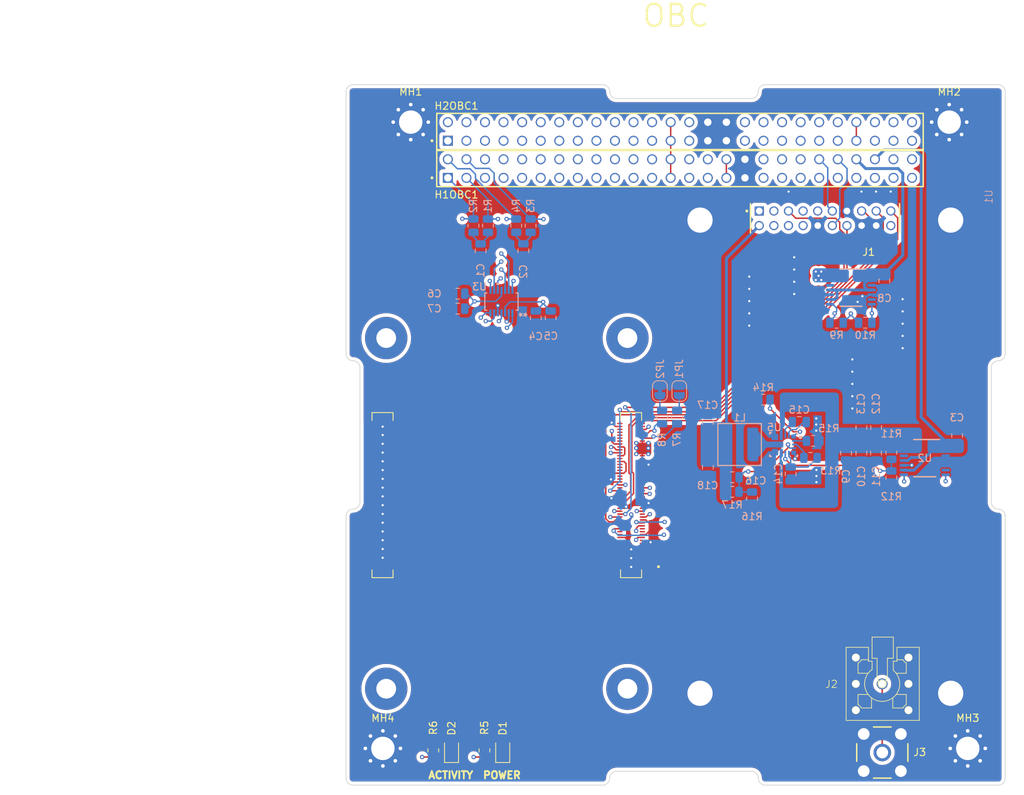
<source format=kicad_pcb>
(kicad_pcb (version 20241229) (generator "pcbnew") (generator_version "9.0")
  (title_block (title "HEDGE 2") (date "2025-06-29") (rev "V0.8") (company "University of Virginia") (comment 1 "Department of Mechanical and Aerospace Engineering"))
  (layers (0 "F.Cu" mixed) (4 "In1.Cu" mixed) (6 "In2.Cu" mixed) (2 "B.Cu" mixed) (13 "F.Paste" user) (15 "B.Paste" user) (5 "F.SilkS" user "F.Silkscreen") (7 "B.SilkS" user "B.Silkscreen") (1 "F.Mask" user) (3 "B.Mask" user) (25 "Edge.Cuts" user))
  (net 0 "")
  (net 1 "Net-(C1-Pad1)")
  (net 2 "Net-(C2-Pad1)")
  (net 3 "+5V_GNSS")
  (net 4 "+5V_MPU")
  (net 5 "/OBC/INA260_OEM719/LOAD")
  (net 6 "Net-(U5-BP5)")
  (net 8 "/OBC/ENA_PWR_3")
  (net 10 "/OBC/PWR_4")
  (net 11 "/OBC/ENA_PWR_2")
  (net 13 "/OBC/ENA_PWR_1")
  (net 14 "/OBC/UART_C_TX")
  (net 19 "/OBC/CAN_A_H")
  (net 20 "/OBC/UART_C_RX")
  (net 22 "/OBC/CAN_B_H")
  (net 24 "/OBC/UART_DATA_TX")
  (net 28 "/OBC/PWR_3")
  (net 30 "+5V_OEM719B")
  (net 32 "/OBC/CAN_A_L")
  (net 34 "/OBC/ENA_PWR_4")
  (net 35 "/OBC/5V_PERM")
  (net 41 "/OBC/CAN_B_L")
  (net 44 "/OBC/CHARGE")
  (net 46 "+3V3")
  (net 47 "GND")
  (net 48 "/OBC/ENA_PWR_6")
  (net 49 "/OBC/BATT")
  (net 51 "/OBC/DS_A")
  (net 52 "/OBC/DS_C")
  (net 54 "/OBC/PWR_6")
  (net 56 "/OBC/RBF_A")
  (net 58 "/OBC/DS_B")
  (net 63 "/OBC/ENA_PWR_7")
  (net 65 "/OBC/PWR_7")
  (net 71 "/OBC/PWR_5")
  (net 75 "/OBC/PWR_8")
  (net 76 "/OBC/RBF_B")
  (net 77 "/OBC/ENA_PWR_8")
  (net 78 "/OBC/ENA_PWR_5")
  (net 79 "/OBC/RBF_C")
  (net 80 "Net-(U5-BOOT)")
  (net 81 "Net-(C15-Pad2)")
  (net 82 "Net-(U5-FB)")
  (net 83 "Net-(JP1-B)")
  (net 84 "/OBC/PI_nLED_Activity")
  (net 85 "/OBC/SCL0")
  (net 86 "/OBC/SDA0")
  (net 87 "Net-(L1-Pad1)")
  (net 90 "/OBC/UART_DATA_RX")
  (net 92 "/OBC/UART_COMM_TX")
  (net 93 "/OBC/UART_COMM_RX")
  (net 94 "/OBC/CAN_B_S")
  (net 115 "Net-(JP2-A)")
  (net 133 "/OBC/nPWR_LED")
  (net 136 "/OBC/GNSS_PPS")
  (net 146 "/OBC/CAN_B_TXD")
  (net 152 "/OBC/GNSS_NRESET_IN")
  (net 155 "Net-(U5-EN)")
  (net 159 "/OBC/CAN_B_RXD")
  (net 174 "/OBC/CAN_A_RXD")
  (net 181 "/OBC/GNSS_PV")
  (net 189 "/OBC/CAN_A_S")
  (net 190 "/OBC/CAN_A_TXD")
  (net 223 "Net-(U5-MODE)")
  (net 224 "Net-(U5-SYNC_FSEL)")
  (net 225 "Net-(U5-PGOOD)")
  (net 228 "Net-(D1-A)")
  (net 229 "Net-(D2-A)")
  (net 232 "+5V_CM4")
  (net 233 "Net-(Module1A-WiFi_nDisable)")
  (net 234 "Net-(Module1A-BT_nDisable)")
  (net 235 "/OBC/UART_B_TX")
  (net 236 "/OBC/UART_B_RX")
  (net 237 "/OBC/UART_A_TX")
  (net 238 "/OBC/UART_A_RX")
  (net 255 "/OBC/GNSS_RXD1")
  (net 256 "/OBC/GNSS_TXD1")
  (net 257 "/OBC/GNSS_TXD2")
  (net 258 "/OBC/GNSS_RXD2")
  (net 260 "/OBC/RF_GNSS")
  (footprint "LED_SMD:LED_0805_2012Metric" (layer "F.Cu") (at 185.535 180.6425 90)
    (property "Reference" "D1")
    (property "Value" "LED GREEN" (hide yes))
  )
  (footprint "Resistor_SMD:R_0805_2012Metric" (layer "F.Cu") (at 176.035 180.6625 90)
    (property "Reference" "R6")
    (property "Value" "45" (hide yes))
  )
  (footprint "ESQ-126-39-G-D:SAMTEC_ESQ-126-39-G-D" (layer "F.Cu") (at 178.03 102.285)
    (property "Reference" "H1OBC1")
    (property "Value" "Conn_02x26_Odd_Even")
  )
  (footprint "LED_SMD:LED_0805_2012Metric" (layer "F.Cu") (at 178.535 180.6425 90)
    (property "Reference" "D2")
    (property "Value" "LED RED" (hide yes))
  )
  (footprint "ESQ-126-39-G-D:SAMTEC_ESQ-126-39-G-D" (layer "F.Cu") (at 178.03 97.205)
    (property "Reference" "H2OBC1")
    (property "Value" "Conn_02x26_Odd_Even")
  )
  (footprint "Novatel:MMBX-S50-0-18" (layer "F.Cu") (at 237.445 171.55 90)
    (property "Reference" "J2")
    (property "Value" "MMBX-S50-0-18")
  )
  (footprint "MountingHole:MountingHole_3.2mm_M3_Pad_Via" (layer "F.Cu") (at 172.95 94.665)
    (property "Reference" "MH1")
    (property "Value" "MountingHole_Pad" (hide yes))
  )
  (footprint "CM4102008:MODULE_CM4102008" (layer "F.Cu") (at 186.095 148.225 -90)
    (property "Reference" "Module1" (hide yes))
    (property "Value" "ComputeModule4" (hide yes))
  )
  (footprint "MountingHole:MountingHole_3.2mm_M3_Pad_Via" (layer "F.Cu") (at 169.14 180.395)
    (property "Reference" "MH4")
    (property "Value" "MountingHole_Pad" (hide yes))
  )
  (footprint "MountingHole:MountingHole_3.2mm_M3_Pad_Via" (layer "F.Cu") (at 246.61 94.665)
    (property "Reference" "MH2")
    (property "Value" "MountingHole_Pad" (hide yes))
  )
  (footprint "MountingHole:MountingHole_3.2mm_M3_Pad_Via" (layer "F.Cu") (at 249.15 180.395)
    (property "Reference" "MH3")
    (property "Value" "MountingHole_Pad" (hide yes))
  )
  (footprint "Resistor_SMD:R_0805_2012Metric" (layer "F.Cu") (at 183.035 180.6625 90)
    (property "Reference" "R5")
    (property "Value" "39" (hide yes))
  )
  (footprint "SMA_J_P_H_RA_TH1:SAMTEC_SMA-J-P-X-RA-TH1" (layer "F.Cu") (at 237.46 180.96)
    (property "Reference" "J3")
    (property "Value" "SMA-J-P-X-RA-TH1")
  )
  (footprint "SQT-110-01-L-D:SAMTEC_SQT-110-01-L-D" (layer "F.Cu") (at 220.625 106.83 180)
    (property "Reference" "J1")
    (property "Value" "SQT-110-01-L-D")
  )
  (footprint "Capacitor_SMD:C_0805_2012Metric" (layer "B.Cu") (at 226.1075 135.725 180)
    (property "Reference" "C15")
    (property "Value" "0u1, 50V, 0805" (hide yes))
  )
  (footprint "Capacitor_SMD:C_0805_2012Metric" (layer "B.Cu") (at 179.385 118.15 180)
    (property "Reference" "C6")
    (property "Value" "4u7" (hide yes))
  )
  (footprint "INA260AIPWR:PW0016A_L" (layer "B.Cu") (at 233.159997 117.324998 180)
    (property "Reference" "U4" (hide yes))
    (property "Value" "INA260AIPWR" (hide yes))
  )
  (footprint "Capacitor_SMD:C_0805_2012Metric" (layer "B.Cu") (at 192.095 121.475 -90)
    (property "Reference" "C5")
    (property "Value" "0u1" (hide yes))
  )
  (footprint "Jumper:SolderJumper-2_P1.3mm_Open_RoundedPad1.0x1.5mm" (layer "B.Cu") (at 209.685 131.475 -90)
    (property "Reference" "JP1")
    (property "Value" "WiFi_nDisable" (hide yes))
  )
  (footprint "Resistor_SMD:R_0805_2012Metric" (layer "B.Cu") (at 231.1975 122.125)
    (property "Reference" "R9")
    (property "Value" "4k7" (hide yes))
  )
  (footprint "Capacitor_SMD:C_0805_2012Metric" (layer "B.Cu") (at 232.4975 139.9625 -90)
    (property "Reference" "C9")
    (property "Value" "100u, 35V" (hide yes))
  )
  (footprint "Capacitor_SMD:C_0805_2012Metric" (layer "B.Cu") (at 224.9225 142.825 -90)
    (property "Reference" "C14")
    (property "Value" "2u2, 10V, 0805" (hide yes))
  )
  (footprint "Capacitor_SMD:C_0805_2012Metric" (layer "B.Cu") (at 234.5975 139.9625 -90)
    (property "Reference" "C10")
    (property "Value" "10u, 25V, 0805" (hide yes))
  )
  (footprint "Resistor_SMD:R_0805_2012Metric" (layer "B.Cu") (at 216.9425 145.275 180)
    (property "Reference" "R17")
    (property "Value" "28k" (hide yes))
  )
  (footprint "Resistor_SMD:R_0805_2012Metric" (layer "B.Cu") (at 221.185 132.65 180)
    (property "Reference" "R14")
    (property "Value" "11k8" (hide yes))
  )
  (footprint "Capacitor_SMD:C_0805_2012Metric" (layer "B.Cu") (at 236.5975 139.9625 -90)
    (property "Reference" "C11")
    (property "Value" "10u, 25V, 0805" (hide yes))
  )
  (footprint "Resistor_SMD:R_0805_2012Metric" (layer "B.Cu") (at 189.3481 108.8375 -90)
    (property "Reference" "R3")
    (property "Value" "60" (hide yes))
  )
  (footprint "Resistor_SMD:R_0805_2012Metric" (layer "B.Cu") (at 227.635 140.625 180)
    (property "Reference" "R15")
    (property "Value" "10k" (hide yes))
  )
  (footprint "TPS543320RPYR:RPY0014A-MFG" (layer "B.Cu") (at 223.9874 138.795 180)
    (property "Reference" "U5")
    (property "Value" "TPS543320RPYR" (hide yes))
  )
  (footprint "Capacitor_SMD:C_0805_2012Metric" (layer "B.Cu") (at 213.5975 141.9 -90)
    (property "Reference" "C18")
    (property "Value" "47u, 10V, 0805" (hide yes))
  )
  (footprint "Resistor_SMD:R_0805_2012Metric" (layer "B.Cu") (at 181.535 108.8375 90)
    (property "Reference" "R2")
    (property "Value" "60" (hide yes))
  )
  (footprint "Capacitor_SMD:C_0805_2012Metric" (layer "B.Cu") (at 237.735 116.375 90)
    (property "Reference" "C8")
    (property "Value" "0.1u" (hide yes))
  )
  (footprint "Capacitor_SMD:C_0805_2012Metric" (layer "B.Cu") (at 182.51 112.2875 -90)
    (property "Reference" "C1")
    (property "Value" "0u1" (hide yes))
  )
  (footprint "Capacitor_SMD:C_0805_2012Metric" (layer "B.Cu") (at 179.385 120.2 180)
    (property "Reference" "C7")
    (property "Value" "0u1" (hide yes))
  )
  (footprint "XGL5050-182MEC:IND_XGL5050_COC" (layer "B.Cu") (at 217.9409 138.795 180)
    (property "Reference" "L1")
    (property "Value" "XGL5050-182MEC" (hide yes))
  )
  (footprint "Resistor_SMD:R_0805_2012Metric" (layer "B.Cu") (at 238.6975 139.9125 -90)
    (property "Reference" "R11")
    (property "Value" "16k9" (hide yes))
  )
  (footprint "Capacitor_SMD:C_0805_2012Metric" (layer "B.Cu") (at 234.5975 136.4625 90)
    (property "Reference" "C13")
    (property "Value" "0u1, 50v, 0805" (hide yes))
  )
  (footprint "Novatel:OEM719" (layer "B.Cu") (at 252.535 104.9 -90)
    (property "Reference" "U1")
    (property "Value" "OEM719" (hide yes))
  )
  (footprint "Capacitor_SMD:C_0805_2012Metric" (layer "B.Cu") (at 216.9225 143.275)
    (property "Reference" "C16")
    (property "Value" "33p" (hide yes))
  )
  (footprint "Resistor_SMD:R_0805_2012Metric" (layer "B.Cu") (at 219.6425 146.2075 90)
    (property "Reference" "R16")
    (property "Value" "4k99" (hide yes))
  )
  (footprint "Resistor_SMD:R_0805_2012Metric" (layer "B.Cu") (at 235.1225 122.125 180)
    (property "Reference" "R10")
    (property "Value" "4k7" (hide yes))
  )
  (footprint "Resistor_SMD:R_0805_2012Metric" (layer "B.Cu") (at 227.9975 138.3)
    (property "Reference" "R13")
    (property "Value" "11k3" (hide yes))
  )
  (footprint "Capacitor_SMD:C_0805_2012Metric" (layer "B.Cu") (at 236.6175 136.4625 90)
    (property "Reference" "C12")
    (property "Value" "0u1, 50v, 0805" (hide yes))
  )
  (footprint "Resistor_SMD:R_0805_2012Metric" (layer "B.Cu") (at 187.385 108.8375 90)
    (property "Reference" "R4")
    (property "Value" "60" (hide yes))
  )
  (footprint "Resistor_SMD:R_0805_2012Metric" (layer "B.Cu") (at 238.6975 143.325 -90)
    (property "Reference" "R12")
    (property "Value" "6k04" (hide yes))
  )
  (footprint "INA260AIPWR:PW0016A_L" (layer "B.Cu") (at 243.272497 140.662499 180)
    (property "Reference" "U2")
    (property "Value" "INA260AIPWR" (hide yes))
  )
  (footprint "Resistor_SMD:R_0805_2012Metric" (layer "B.Cu") (at 183.515 108.8375 -90)
    (property "Reference" "R1")
    (property "Value" "60" (hide yes))
  )
  (footprint "Resistor_SMD:R_0805_2012Metric" (layer "B.Cu") (at 209.385 135.0375 -90)
    (property "Reference" "R7")
    (property "Value" "1k" (hide yes))
  )
  (footprint "Capacitor_SMD:C_0805_2012Metric" (layer "B.Cu") (at 213.5975 135.775 90)
    (property "Reference" "C17")
    (property "Value" "47u, 10V, 0805" (hide yes))
  )
  (footprint "Jumper:SolderJumper-2_P1.3mm_Bridged_RoundedPad1.0x1.5mm" (layer "B.Cu") (at 207.035 131.475 90)
    (property "Reference" "JP2")
    (property "Value" "BT_nDisable" (hide yes))
  )
  (footprint "TCAN1046AV:SOT23_DYY_TEX" (layer "B.Cu") (at 185.360378 119.23195 90)
    (property "Reference" "U3")
    (property "Value" "TCAN1046AVDYYRQ1")
  )
  (footprint "Capacitor_SMD:C_0805_2012Metric" (layer "B.Cu") (at 188.36 112.277601 -90)
    (property "Reference" "C2")
    (property "Value" "0u1" (hide yes))
  )
  (footprint "Resistor_SMD:R_0805_2012Metric" (layer "B.Cu") (at 207.335 135.0375 90)
    (property "Reference" "R8")
    (property "Value" "1k" (hide yes))
  )
  (footprint "Capacitor_SMD:C_0805_2012Metric" (layer "B.Cu") (at 190.06 121.475 -90)
    (property "Reference" "C4")
    (property "Value" "4u7" (hide yes))
  )
  (footprint "Capacitor_SMD:C_0805_2012Metric" (layer "B.Cu") (at 247.6975 137.562501 -90)
    (property "Reference" "C3")
    (property "Value" "0.1u" (hide yes))
  )
  (gr_arc (start 253.319999 147.627499) (mid 252.646481 147.348518) (end 252.367499 146.674999) (stroke (width 0.1)) (layer "Edge.Cuts"))
  (gr_arc (start 166.007499 146.674999) (mid 165.728519 147.348519) (end 165.054999 147.627499) (stroke (width 0.1)) (layer "Edge.Cuts"))
  (gr_arc (start 253.319999 89.537699) (mid 253.993519 89.816679) (end 254.272499 90.490199) (stroke (width 0.1)) (layer "Edge.Cuts"))
  (gr_line (start 164.102499 90.490199) (end 164.102499 126.380399) (stroke (width 0.1)) (layer "Edge.Cuts"))
  (gr_arc (start 254.272499 126.380399) (mid 253.993519 127.053919) (end 253.319999 127.332899) (stroke (width 0.1)) (layer "Edge.Cuts"))
  (gr_arc (start 164.102499 148.579999) (mid 164.38148 147.90648) (end 165.054999 147.627499) (stroke (width 0.1)) (layer "Edge.Cuts"))
  (gr_line (start 221.442999 89.537699) (end 253.319999 89.537699) (stroke (width 0.1)) (layer "Edge.Cuts"))
  (gr_line (start 165.054999 89.537699) (end 199.217999 89.537699) (stroke (width 0.1)) (layer "Edge.Cuts"))
  (gr_arc (start 252.367499 128.285399) (mid 252.64648 127.61188) (end 253.319999 127.332899) (stroke (width 0.1)) (layer "Edge.Cuts"))
  (gr_arc (start 219.537999 183.517699) (mid 220.211519 183.796679) (end 220.490499 184.470199) (stroke (width 0.1)) (layer "Edge.Cuts"))
  (gr_line (start 254.272499 90.490199) (end 254.272499 126.380399) (stroke (width 0.1)) (layer "Edge.Cuts"))
  (gr_line (start 201.122999 183.517699) (end 219.537999 183.517699) (stroke (width 0.1)) (layer "Edge.Cuts"))
  (gr_arc (start 165.054999 127.332899) (mid 165.728519 127.611879) (end 166.007499 128.285399) (stroke (width 0.1)) (layer "Edge.Cuts"))
  (gr_line (start 166.007499 128.285399) (end 166.007499 146.674999) (stroke (width 0.1)) (layer "Edge.Cuts"))
  (gr_arc (start 220.490499 90.490199) (mid 220.76948 89.81668) (end 221.442999 89.537699) (stroke (width 0.1)) (layer "Edge.Cuts"))
  (gr_arc (start 200.170499 184.470199) (mid 199.891519 185.143719) (end 199.217999 185.422699) (stroke (width 0.1)) (layer "Edge.Cuts"))
  (gr_line (start 165.054999 185.422699) (end 199.217999 185.422699) (stroke (width 0.1)) (layer "Edge.Cuts"))
  (gr_arc (start 199.217999 89.537699) (mid 199.891519 89.816679) (end 200.170499 90.490199) (stroke (width 0.1)) (layer "Edge.Cuts"))
  (gr_arc (start 164.102499 90.490199) (mid 164.38148 89.81668) (end 165.054999 89.537699) (stroke (width 0.1)) (layer "Edge.Cuts"))
  (gr_arc (start 253.319999 147.627499) (mid 253.993519 147.906479) (end 254.272499 148.579999) (stroke (width 0.1)) (layer "Edge.Cuts"))
  (gr_arc (start 201.122999 91.442699) (mid 200.449481 91.163718) (end 200.170499 90.490199) (stroke (width 0.1)) (layer "Edge.Cuts"))
  (gr_arc (start 165.054999 127.332899) (mid 164.381481 127.053918) (end 164.102499 126.380399) (stroke (width 0.1)) (layer "Edge.Cuts"))
  (gr_line (start 252.367499 128.285399) (end 252.367499 146.674999) (stroke (width 0.1)) (layer "Edge.Cuts"))
  (gr_arc (start 221.442999 185.422699) (mid 220.769481 185.143718) (end 220.490499 184.470199) (stroke (width 0.1)) (layer "Edge.Cuts"))
  (gr_line (start 221.442999 185.422699) (end 253.319999 185.422699) (stroke (width 0.1)) (layer "Edge.Cuts"))
  (gr_line (start 254.272499 148.579999) (end 254.272499 184.470199) (stroke (width 0.1)) (layer "Edge.Cuts"))
  (gr_line (start 201.122999 91.442699) (end 219.537999 91.442699) (stroke (width 0.1)) (layer "Edge.Cuts"))
  (gr_arc (start 200.170499 184.470199) (mid 200.44948 183.79668) (end 201.122999 183.517699) (stroke (width 0.1)) (layer "Edge.Cuts"))
  (gr_line (start 164.102499 148.579999) (end 164.102499 184.470199) (stroke (width 0.1)) (layer "Edge.Cuts"))
  (gr_arc (start 165.054999 185.422699) (mid 164.381481 185.143718) (end 164.102499 184.470199) (stroke (width 0.1)) (layer "Edge.Cuts"))
  (gr_arc (start 220.490499 90.490199) (mid 220.211519 91.163719) (end 219.537999 91.442699) (stroke (width 0.1)) (layer "Edge.Cuts"))
  (gr_arc (start 254.272499 184.470199) (mid 253.993519 185.143719) (end 253.319999 185.422699) (stroke (width 0.1)) (layer "Edge.Cuts"))
  (gr_text "ACTIVITY" (at 175.236191 184.6425 0) (layer "F.SilkS") (effects (font (size 1 1) (thickness 0.25) (bold yes)) (justify left bottom)))
  (gr_text "POWER" (at 182.712381 184.6425 0) (layer "F.SilkS") (effects (font (size 1 1) (thickness 0.25) (bold yes)) (justify left bottom)))
  (gr_text "OBC" (at 204.466071 81.85 0) (layer "F.SilkS") (effects (font (size 3 3) (thickness 0.3) (bold yes)) (justify left bottom)))
  (segment (start 181.535 109.75) (end 181.535 110.3625) (width 0.2) (layer "B.Cu") (net 1))
  (segment (start 181.535 110.3625) (end 182.51 111.3375) (width 0.2) (layer "B.Cu") (net 1))
  (segment (start 183.515 109.75) (end 183.515 110.3325) (width 0.2) (layer "B.Cu") (net 1))
  (segment (start 183.515 110.3325) (end 182.51 111.3375) (width 0.2) (layer "B.Cu") (net 1))
  (segment (start 187.385 109.75) (end 187.385 110.352601) (width 0.2) (layer "B.Cu") (net 2))
  (segment (start 189.3481 110.339501) (end 188.36 111.327601) (width 0.2) (layer "B.Cu") (net 2))
  (segment (start 187.385 110.352601) (end 188.36 111.327601) (width 0.2) (layer "B.Cu") (net 2))
  (segment (start 189.3481 109.75) (end 189.3481 110.339501) (width 0.2) (layer "B.Cu") (net 2))
  (segment (start 243.340125 140.569875) (end 244.885 139.025) (width 0.4) (layer "B.Cu") (net 3))
  (segment (start 246.109998 139.025) (end 246.122499 139.037501) (width 0.4) (layer "B.Cu") (net 3))
  (segment (start 241.3835 140.569875) (end 243.340125 140.569875) (width 0.4) (layer "B.Cu") (net 3))
  (segment (start 240.4225 142.2875) (end 240.461 142.326) (width 0.4) (layer "B.Cu") (net 3))
  (segment (start 241.775364 142.326) (end 243.340125 140.761239) (width 0.4) (layer "B.Cu") (net 3))
  (segment (start 241.3835 140.569875) (end 240.965875 140.9875) (width 0.4) (layer "B.Cu") (net 3))
  (segment (start 242.01 98.475) (end 237.73 98.475) (width 0.4) (layer "B.Cu") (net 3))
  (segment (start 240.461 142.326) (end 241.775364 142.326) (width 0.4) (layer "B.Cu") (net 3))
  (segment (start 246.122499 138.3875) (end 242.785 135.050001) (width 0.4) (layer "B.Cu") (net 3))
  (segment (start 242.785 135.050001) (end 242.785 99.25) (width 0.4) (layer "B.Cu") (net 3))
  (segment (start 243.340125 140.761239) (end 243.340125 140.569875) (width 0.4) (layer "B.Cu") (net 3))
  (segment (start 244.885 139.025) (end 246.109998 139.025) (width 0.4) (layer "B.Cu") (net 3))
  (segment (start 242.785 99.25) (end 242.01 98.475) (width 0.4) (layer "B.Cu") (net 3))
  (segment (start 240.965875 140.9875) (end 240.4225 140.9875) (width 0.4) (layer "B.Cu") (net 3))
  (segment (start 237.73 98.475) (end 236.45 99.755) (width 0.4) (layer "B.Cu") (net 3))
  (segment (start 231.021 118.949999) (end 231.271 118.699999) (width 0.4) (layer "B.Cu") (net 4))
  (segment (start 236.009999 117.649999) (end 230.31 117.649999) (width 0.4) (layer "B.Cu") (net 4))
  (segment (start 235.048999 117.232374) (end 235.466624 117.649999) (width 0.4) (layer "B.Cu") (net 4))
  (segment (start 235.035 116.781625) (end 235.035 117.099999) (width 0.4) (layer "B.Cu") (net 4))
  (segment (start 235.18 101.025) (end 239.623836 101.025) (width 0.4) (layer "B.Cu") (net 4))
  (segment (start 233.91 99.755) (end 235.18 101.025) (width 0.4) (layer "B.Cu") (net 4))
  (segment (start 235.035 117.099999) (end 235.048999 117.113998) (width 0.4) (layer "B.Cu") (net 4))
  (segment (start 239.623836 101.025) (end 240.26 101.661164) (width 0.4) (layer "B.Cu") (net 4))
  (segment (start 235.466626 116.349999) (end 235.035 116.781625) (width 0.4) (layer "B.Cu") (net 4))
  (segment (start 236.009999 116.349999) (end 235.466626 116.349999) (width 0.4) (layer "B.Cu") (net 4))
  (segment (start 235.048999 117.113998) (end 235.048999 117.232374) (width 0.4) (layer "B.Cu") (net 4))
  (segment (start 240.26 101.661164) (end 240.26 112.9) (width 0.4) (layer "B.Cu") (net 4))
  (segment (start 231.271 117.886) (end 231.034999 117.649999) (width 0.4) (layer "B.Cu") (net 4))
  (segment (start 231.271 118.699999) (end 231.271 117.886) (width 0.4) (layer "B.Cu") (net 4))
  (segment (start 230.31 118.949999) (end 231.021 118.949999) (width 0.4) (layer "B.Cu") (net 4))
  (segment (start 240.26 112.9) (end 237.735 115.425) (width 0.4) (layer "B.Cu") (net 4))
  (segment (start 235.466624 117.649999) (end 236.009999 117.649999) (width 0.4) (layer "B.Cu") (net 4))
  (segment (start 231.034999 117.649999) (end 230.31 117.649999) (width 0.4) (layer "B.Cu") (net 4))
  (segment (start 224.687401 140.445101) (end 224.9225 140.6802) (width 0.2) (layer "B.Cu") (net 6))
  (segment (start 228.5475 140.625) (end 227.2975 141.875) (width 0.2) (layer "B.Cu") (net 6))
  (segment (start 224.687401 139.957601) (end 224.687401 140.445101) (width 0.2) (layer "B.Cu") (net 6))
  (segment (start 224.9225 140.6802) (end 224.9225 141.875) (width 0.2) (layer "B.Cu") (net 6))
  (segment (start 227.2975 141.875) (end 224.9225 141.875) (width 0.2) (layer "B.Cu") (net 6))
  (via (at 185.335 112.658721) (size 0.6) (drill 0.3) (layers "F.Cu" "B.Cu") (net 19))
  (via (at 184.885 107.925) (size 0.6) (drill 0.3) (layers "F.Cu" "B.Cu") (net 19))
  (segment (start 183.515 105.24) (end 180.57 102.295) (width 0.2) (layer "B.Cu") (net 19))
  (segment (start 186.36063 117.6889) (end 186.36063 113.684351) (width 0.2) (layer "B.Cu") (net 19))
  (segment (start 183.515 107.925) (end 183.515 105.24) (width 0.2) (layer "B.Cu") (net 19))
  (segment (start 184.885 107.925) (end 183.515 107.925) (width 0.2) (layer "B.Cu") (net 19))
  (segment (start 186.36063 113.684351) (end 185.335 112.658721) (width 0.2) (layer "B.Cu") (net 19))
  (via (at 185.260504 116.05) (size 0.6) (drill 0.3) (layers "F.Cu" "B.Cu") (net 22))
  (via (at 191.11 107.95) (size 0.6) (drill 0.3) (layers "F.Cu" "B.Cu") (net 22))
  (segment (start 189.3481 107.925) (end 184.36 102.9369) (width 0.2) (layer "B.Cu") (net 22))
  (segment (start 185.260504 116.05) (end 185.110504 116.2) (width 0.2) (layer "B.Cu") (net 22))
  (segment (start 185.085 116.2) (end 184.860252 116.424748) (width 0.2) (layer "B.Cu") (net 22))
  (segment (start 185.110504 116.2) (end 185.085 116.2) (width 0.2) (layer "B.Cu") (net 22))
  (segment (start 184.36 102.9369) (end 184.36 101.675) (width 0.2) (layer "B.Cu") (net 22))
  (segment (start 183.685 101) (end 181.815 101) (width 0.2) (layer "B.Cu") (net 22))
  (segment (start 181.815 101) (end 180.57 99.755) (width 0.2) (layer "B.Cu") (net 22))
  (segment (start 184.860252 116.424748) (end 184.860252 117.6889) (width 0.2) (layer "B.Cu") (net 22))
  (segment (start 184.36 101.675) (end 183.685 101) (width 0.2) (layer "B.Cu") (net 22))
  (segment (start 191.11 107.95) (end 189.3731 107.95) (width 0.2) (layer "B.Cu") (net 22))
  (segment (start 203.843996 149.413996) (end 203.955 149.525) (width 0.2) (layer "F.Cu") (net 24))
  (segment (start 203.815555 149.413996) (end 203.843996 149.413996) (width 0.2) (layer "F.Cu") (net 24))
  (segment (start 203.955 149.525) (end 204.635 149.525) (width 0.2) (layer "F.Cu") (net 24))
  (via (at 203.815555 149.413996) (size 0.6) (drill 0.3) (layers "F.Cu" "B.Cu") (net 24))
  (via (at 207.685 149.4) (size 0.6) (drill 0.3) (layers "F.Cu" "B.Cu") (net 24))
  (segment (start 207.685 149.4) (end 207.587992 149.4) (width 0.2) (layer "B.Cu") (net 24))
  (segment (start 207.587992 149.4) (end 207.573996 149.413996) (width 0.2) (layer "B.Cu") (net 24))
  (segment (start 207.573996 149.413996) (end 203.815555 149.413996) (width 0.2) (layer "B.Cu") (net 24))
  (segment (start 216.1375 138.795) (end 216.1375 113.3175) (width 0.4) (layer "B.Cu") (net 30))
  (segment (start 216.1375 113.3175) (end 220.625 108.83) (width 0.4) (layer "B.Cu") (net 30))
  (via (at 180.01 107.9) (size 0.6) (drill 0.3) (layers "F.Cu" "B.Cu") (net 32))
  (via (at 185.335 114.852907) (size 0.6) (drill 0.3) (layers "F.Cu" "B.Cu") (net 32))
  (segment (start 181.535 107.925) (end 181.535 105.8) (width 0.2) (layer "B.Cu") (net 32))
  (segment (start 180.01 107.9) (end 181.51 107.9) (width 0.2) (layer "B.Cu") (net 32))
  (segment (start 185.860504 117.6889) (end 185.860504 115.378411) (width 0.2) (layer "B.Cu") (net 32))
  (segment (start 185.860504 115.378411) (end 185.335 114.852907) (width 0.2) (layer "B.Cu") (net 32))
  (segment (start 181.535 105.8) (end 178.03 102.295) (width 0.2) (layer "B.Cu") (net 32))
  (segment (start 208.51 102.295) (end 208.51 99.755) (width 0.2) (layer "F.Cu") (net 35))
  (segment (start 208.51 97.215) (end 208.51 99.755) (width 0.2) (layer "F.Cu") (net 35))
  (segment (start 208.51 94.675) (end 208.51 97.215) (width 0.2) (layer "F.Cu") (net 35))
  (via (at 185.335 113.755814) (size 0.6) (drill 0.3) (layers "F.Cu" "B.Cu") (net 41))
  (via (at 186.06 107.925) (size 0.6) (drill 0.3) (layers "F.Cu" "B.Cu") (net 41))
  (segment (start 181.81 102.389415) (end 181.81 101.8) (width 0.2) (layer "B.Cu") (net 41))
  (segment (start 179.325 101.05) (end 178.03 99.755) (width 0.2) (layer "B.Cu") (net 41))
  (segment (start 181.81 101.8) (end 181.06 101.05) (width 0.2) (layer "B.Cu") (net 41))
  (segment (start 187.345585 107.925) (end 181.81 102.389415) (width 0.2) (layer "B.Cu") (net 41))
  (segment (start 187.385 107.925) (end 186.06 107.925) (width 0.2) (layer "B.Cu") (net 41))
  (segment (start 181.06 101.05) (end 179.325 101.05) (width 0.2) (layer "B.Cu") (net 41))
  (segment (start 184.360126 114.730688) (end 185.335 113.755814) (width 0.2) (layer "B.Cu") (net 41))
  (segment (start 184.360126 117.6889) (end 184.360126 114.730688) (width 0.2) (layer "B.Cu") (net 41))
  (segment (start 216.13 99.755) (end 216.13 102.295) (width 0.2) (layer "F.Cu") (net 44))
  (segment (start 202.23 140.125) (end 202.23 139.275) (width 0.2) (layer "F.Cu") (net 46))
  (segment (start 200.78 138.725) (end 200.46 138.405) (width 0.2) (layer "F.Cu") (net 46))
  (segment (start 202.03 140.325) (end 202.23 140.125) (width 0.2) (layer "F.Cu") (net 46))
  (segment (start 201.555 140.325) (end 202.03 140.325) (width 0.2) (layer "F.Cu") (net 46))
  (segment (start 202.23 139.275) (end 202.08 139.125) (width 0.2) (layer "F.Cu") (net 46))
  (segment (start 200.46 138.405) (end 200.46 136.95) (width 0.2) (layer "F.Cu") (net 46))
  (segment (start 201.555 138.725) (end 200.78 138.725) (width 0.2) (layer "F.Cu") (net 46))
  (segment (start 202.08 139.125) (end 201.555 139.125) (width 0.2) (layer "F.Cu") (net 46))
  (segment (start 201.555 138.725) (end 201.555 139.125) (width 0.2) (layer "F.Cu") (net 46))
  (via (at 233.16 120.875) (size 0.6) (drill 0.3) (layers "F.Cu" "B.Cu") (net 46))
  (via (at 200.46 136.95) (size 0.6) (drill 0.3) (layers "F.Cu" "B.Cu") (net 46))
  (via (at 191.06 119.275) (size 0.6) (drill 0.3) (layers "F.Cu" "B.Cu") (net 46))
  (segment (start 185.860504 119.949496) (end 185.860504 120.775) (width 0.2) (layer "B.Cu") (net 46))
  (segment (start 191.06 119.275) (end 191.06 119.525) (width 0.2) (layer "B.Cu") (net 46))
  (segment (start 191.06 119.525) (end 190.06 120.525) (width 0.2) (layer "B.Cu") (net 46))
  (segment (start 233.16 121.075) (end 234.21 122.125) (width 0.2) (layer "B.Cu") (net 46))
  (segment (start 191.06 119.49) (end 192.095 120.525) (width 0.2) (layer "B.Cu") (net 46))
  (segment (start 233.16 120.875) (end 233.16 121.075) (width 0.2) (layer "B.Cu") (net 46))
  (segment (start 233.16 121.075) (end 232.11 122.125) (width 0.2) (layer "B.Cu") (net 46))
  (segment (start 186.535 119.275) (end 185.860504 119.949496) (width 0.2) (layer "B.Cu") (net 46))
  (segment (start 191.06 119.275) (end 186.535 119.275) (width 0.2) (layer "B.Cu") (net 46))
  (segment (start 191.06 119.275) (end 191.06 119.49) (width 0.2) (layer "B.Cu") (net 46))
  (segment (start 167.555 139.925) (end 169.08 139.925) (width 0.2) (layer "F.Cu") (net 47))
  (segment (start 170.635 154.325) (end 169.13 154.325) (width 0.2) (layer "F.Cu") (net 47))
  (segment (start 169.08 147.125) (end 169.105 147.1) (width 0.2) (layer "F.Cu") (net 47))
  (segment (start 202.402 141.4) (end 202.402 142.425) (width 0.2) (layer "F.Cu") (net 47))
  (segment (start 169.13 136.325) (end 169.105 136.35) (width 0.2) (layer "F.Cu") (net 47))
  (segment (start 204.635 142.725) (end 205.235 142.725) (width 0.2) (layer "F.Cu") (net 47))
  (segment (start 202.185 147.525) (end 202.41 147.3) (width 0.2) (layer "F.Cu") (net 47))
  (segment (start 169.13 148.325) (end 169.105 148.3) (width 0.2) (layer "F.Cu") (net 47))
  (segment (start 169.13 141.125) (end 169.105 141.1) (width 0.2) (layer "F.Cu") (net 47))
  (segment (start 170.635 150.725) (end 169.13 150.725) (width 0.2) (layer "F.Cu") (net 47))
  (segment (start 167.555 154.325) (end 169.08 154.325) (width 0.2) (layer "F.Cu") (net 47))
  (segment (start 167.555 150.725) (end 169.08 150.725) (width 0.2) (layer "F.Cu") (net 47))
  (segment (start 169.08 145.925) (end 169.105 145.9) (width 0.2) (layer "F.Cu") (net 47))
  (segment (start 169.08 151.925) (end 169.105 151.9) (width 0.2) (layer "F.Cu") (net 47))
  (segment (start 202.26 151.525) (end 203.11 152.375) (width 0.2) (layer "F.Cu") (net 47))
  (segment (start 203.135 154.325) (end 203.11 154.35) (width 0.2) (layer "F.Cu") (net 47))
  (segment (start 170.635 137.525) (end 169.13 137.525) (width 0.2) (layer "F.Cu") (net 47))
  (segment (start 169.13 137.525) (end 169.105 137.5) (width 0.2) (layer "F.Cu") (net 47))
  (segment (start 205.484999 146.81287) (end 205.172869 147.125) (width 0.2) (layer "F.Cu") (net 47))
  (segment (start 167.555 149.525) (end 169.08 149.525) (width 0.2) (layer "F.Cu") (net 47))
  (segment (start 201.555 155.525) (end 203.085 155.525) (width 0.2) (layer "F.Cu") (net 47))
  (segment (start 170.635 143.525) (end 169.13 143.525) (width 0.2) (layer "F.Cu") (net 47))
  (segment (start 205.11 151.125) (end 205.76 150.475) (width 0.2) (layer "F.Cu") (net 47))
  (segment (start 204.635 154.325) (end 203.135 154.325) (width 0.2) (layer "F.Cu") (net 47))
  (segment (start 169.08 153.125) (end 169.105 153.1) (width 0.2) (layer "F.Cu") (net 47))
  (segment (start 204.635 147.125) (end 202.585 147.125) (width 0.2) (layer "F.Cu") (net 47))
  (segment (start 203.11 152.375) (end 203.11 153.15) (width 0.2) (layer "F.Cu") (net 47))
  (segment (start 203.11 148.375) (end 203.11 148.9) (width 0.2) (layer "F.Cu") (net 47))
  (segment (start 169.08 148.325) (end 169.105 148.3) (width 0.2) (layer "F.Cu") (net 47))
  (segment (start 167.555 148.325) (end 169.08 148.325) (width 0.2) (layer "F.Cu") (net 47))
  (segment (start 200.903 142.725) (end 201.555 142.725) (width 0.2) (layer "F.Cu") (net 47))
  (segment (start 203.11 153.15) (end 203.135 153.125) (width 0.2) (layer "F.Cu") (net 47))
  (segment (start 170.635 149.525) (end 169.13 149.525) (width 0.2) (layer "F.Cu") (net 47))
  (segment (start 203.085 155.525) (end 203.11 155.55) (width 0.2) (layer "F.Cu") (net 47))
  (segment (start 167.555 136.325) (end 169.08 136.325) (width 0.2) (layer "F.Cu") (net 47))
  (segment (start 202.127 141.125) (end 202.402 141.4) (width 0.2) (layer "F.Cu") (net 47))
  (segment (start 205.485 142.475) (end 205.485 142.075) (width 0.2) (layer "F.Cu") (net 47))
  (segment (start 170.635 151.925) (end 169.13 151.925) (width 0.2) (layer "F.Cu") (net 47))
  (segment (start 167.555 147.125) (end 169.08 147.125) (width 0.2) (layer "F.Cu") (net 47))
  (segment (start 204.635 141.525) (end 205.46 141.525) (width 0.2) (layer "F.Cu") (net 47))
  (segment (start 169.13 150.725) (end 169.105 150.7) (width 0.2) (layer "F.Cu") (net 47))
  (segment (start 170.635 136.325) (end 169.13 136.325) (width 0.2) (layer "F.Cu") (net 47))
  (segment (start 200.335 143.575) (end 200.335 143.293) (width 0.2) (layer "F.Cu") (net 47))
  (segment (start 204.635 151.125) (end 205.11 151.125) (width 0.2) (layer "F.Cu") (net 47))
  (segment (start 167.555 137.525) (end 169.08 137.525) (width 0.2) (layer "F.Cu") (net 47))
  (segment (start 203.085 153.125) (end 203.11 153.15) (width 0.2) (layer "F.Cu") (net 47))
  (segment (start 204.635 155.525) (end 203.135 155.525) (width 0.2) (layer "F.Cu") (net 47))
  (segment (start 169.08 149.525) (end 169.105 149.5) (width 0.2) (layer "F.Cu") (net 47))
  (segment (start 170.635 138.725) (end 169.13 138.725) (width 0.2) (layer "F.Cu") (net 47))
  (segment (start 170.635 141.125) (end 169.13 141.125) (width 0.2) (layer "F.Cu") (net 47))
  (segment (start 205.76 149.775) (end 205.66 149.675) (width 0.2) (layer "F.Cu") (net 47))
  (segment (start 205.172869 147.125) (end 204.635 147.125) (width 0.2) (layer "F.Cu") (net 47))
  (segment (start 201.555 154.325) (end 203.085 154.325) (width 0.2) (layer "F.Cu") (net 47))
  (segment (start 169.08 143.525) (end 169.105 143.5) (width 0.2) (layer "F.Cu") (net 47))
  (segment (start 170.635 139.925) (end 169.13 139.925) (width 0.2) (layer "F.Cu") (net 47))
  (segment (start 167.555 143.525) (end 169.08 143.525) (width 0.2) (layer "F.Cu") (net 47))
  (segment (start 205.485 141.55) (end 205.485 142.075) (width 0.2) (layer "F.Cu") (net 47))
  (segment (start 167.555 138.725) (end 169.08 138.725) (width 0.2) (layer "F.Cu") (net 47))
  (segment (start 167.555 142.325) (end 169.08 142.325) (width 0.2) (layer "F.Cu") (net 47))
  (segment (start 169.08 150.725) (end 169.105 150.7) (width 0.2) (layer "F.Cu") (net 47))
  (segment (start 169.13 139.925) (end 169.105 139.9) (width 0.2) (layer "F.Cu") (net 47))
  (segment (start 205.11 149.125) (end 204.635 149.125) (width 0.2) (layer "F.Cu") (net 47))
  (segment (start 169.08 154.325) (end 169.105 154.3) (width 0.2) (layer "F.Cu") (net 47))
  (segment (start 201.555 143.925) (end 200.685 143.925) (width 0.2) (layer "F.Cu") (net 47))
  (segment (start 170.635 144.725) (end 169.13 144.725) (width 0.2) (layer "F.Cu") (net 47))
  (segment (start 203.135 153.125) (end 204.635 153.125) (width 0.2) (layer "F.Cu") (net 47))
  (segment (start 201.555 151.525) (end 202.26 151.525) (width 0.2) (layer "F.Cu") (net 47))
  (segment (start 203.11 148.9) (end 202.485 149.525) (width 0.2) (layer "F.Cu") (net 47))
  (segment (start 169.13 142.325) (end 169.105 142.3) (width 0.2) (layer "F.Cu") (net 47))
  (segment (start 170.635 153.125) (end 169.13 153.125) (width 0.2) (layer "F.Cu") (net 47))
  (segment (start 200.335 143.293) (end 200.903 142.725) (width 0.2) (layer "F.Cu") (net 47))
  (segment (start 202.402 142.425) (end 202.102 142.725) (width 0.2) (layer "F.Cu") (net 47))
  (segment (start 200.96 136.325) (end 200.435 135.8) (width 0.2) (layer "F.Cu") (net 47))
  (segment (start 167.555 144.725) (end 169.08 144.725) (width 0.2) (layer "F.Cu") (net 47))
  (segment (start 169.08 142.325) (end 169.105 142.3) (width 0.2) (layer "F.Cu") (net 47))
  (segment (start 201.555 141.125) (end 202.127 141.125) (width 0.2) (layer "F.Cu") (net 47))
  (segment (start 205.485 143.625) (end 205.485 142.475) (width 0.2) (layer "F.Cu") (net 47))
  (segment (start 169.08 137.525) (end 169.105 137.5) (width 0.2) (layer "F.Cu") (net 47))
  (segment (start 167.555 141.125) (end 169.08 141.125) (width 0.2) (layer "F.Cu") (net 47))
  (segment (start 169.13 143.525) (end 169.105 143.5) (width 0.2) (layer "F.Cu") (net 47))
  (segment (start 204.635 143.925) (end 205.185 143.925) (width 0.2) (layer "F.Cu") (net 47))
  (segment (start 169.08 138.725) (end 169.105 138.7) (width 0.2) (layer "F.Cu") (net 47))
  (segment (start 169.13 149.525) (end 169.105 149.5) (width 0.2) (layer "F.Cu") (net 47))
  (segment (start 169.08 141.125) (end 169.105 141.1) (width 0.2) (layer "F.Cu") (net 47))
  (segment (start 169.13 138.725) (end 169.105 138.7) (width 0.2) (layer "F.Cu") (net 47))
  (segment (start 205.76 150.475) (end 205.76 149.775) (width 0.2) (layer "F.Cu") (net 47))
  (segment (start 170.635 148.325) (end 169.13 148.325) (width 0.2) (layer "F.Cu") (net 47))
  (segment (start 169.13 151.925) (end 169.105 151.9) (width 0.2) (layer "F.Cu") (net 47))
  (segment (start 169.08 144.725) (end 169.105 144.7) (width 0.2) (layer "F.Cu") (net 47))
  (segment (start 202.485 149.525) (end 201.555 149.525) (width 0.2) (layer "F.Cu") (net 47))
  (segment (start 169.08 136.325) (end 169.105 136.35) (width 0.2) (layer "F.Cu") (net 47))
  (segment (start 203.085 154.325) (end 203.11 154.35) (width 0.2) (layer "F.Cu") (net 47))
  (segment (start 201.555 136.325) (end 200.96 136.325) (width 0.2) (layer "F.Cu") (net 47))
  (segment (start 167.555 145.925) (end 169.08 145.925) (width 0.2) (layer "F.Cu") (net 47))
  (segment (start 170.635 142.325) (end 169.13 142.325) (width 0.2) (layer "F.Cu") (net 47))
  (segment (start 167.555 153.125) (end 169.08 153.125) (width 0.2) (layer "F.Cu") (net 47))
  (segment (start 169.13 154.325) (end 169.105 154.3) (width 0.2) (layer "F.Cu") (net 47))
  (segment (start 169.13 153.125) (end 169.105 153.1) (width 0.2) (layer "F.Cu") (net 47))
  (segment (start 201.555 153.125) (end 203.085 153.125) (width 0.2) (layer "F.Cu") (net 47))
  (segment (start 202.102 142.725) (end 201.555 142.725) (width 0.2) (layer "F.Cu") (net 47))
  (segment (start 167.555 151.925) (end 169.08 151.925) (width 0.2) (layer "F.Cu") (net 47))
  (segment (start 203.135 155.525) (end 203.11 155.55) (width 0.2) (layer "F.Cu") (net 47))
  (segment (start 200.685 143.925) (end 200.335 143.575) (width 0.2) (layer "F.Cu") (net 47))
  (segment (start 205.235 142.725) (end 205.485 142.475) (width 0.2) (layer "F.Cu") (net 47))
  (segment (start 201.555 147.525) (end 202.185 147.525) (width 0.2) (layer "F.Cu") (net 47))
  (segment (start 205.46 141.525) (end 205.485 141.55) (width 0.2) (layer "F.Cu") (net 47))
  (segment (start 205.76 152.175) (end 205.76 149.775) (width 0.2) (layer "F.Cu") (net 47))
  (segment (start 169.08 139.925) (end 169.105 139.9) (width 0.2) (layer "F.Cu") (net 47))
  (segment (start 205.185 143.925) (end 205.485 143.625) (width 0.2) (layer "F.Cu") (net 47))
  (segment (start 201.035 145.525) (end 200.41 146.15) (width 0.2) (layer "F.Cu") (net 47))
  (segment (start 202.585 147.125) (end 202.41 147.3) (width 0.2) (layer "F.Cu") (net 47))
  (segment (start 201.555 145.525) (end 201.035 145.525) (width 0.2) (layer "F.Cu") (net 47))
  (segment (start 205.66 149.675) (end 205.11 149.125) (width 0.2) (layer "F.Cu") (net 47))
  (segment (start 169.13 144.725) (end 169.105 144.7) (width 0.2) (layer "F.Cu") (net 47))
  (via (at 225.41 118.2) (size 0.6) (drill 0.3) (layers "F.Cu" "B.Cu") (net 47))
  (via (at 238.61 104.175) (size 0.6) (drill 0.3) (layers "F.Cu" "B.Cu") (net 47))
  (via (at 169.105 151.9) (size 0.6) (drill 0.3) (layers "F.Cu" "B.Cu") (net 47))
  (via (at 219.26 115.813889) (size 0.6) (drill 0.3) (layers "F.Cu" "B.Cu") (net 47))
  (via (at 219.26 119.169444) (size 0.6) (drill 0.3) (layers "F.Cu" "B.Cu") (net 47))
  (via (at 233.36 127.15) (size 0.6) (drill 0.3) (layers "F.Cu" "B.Cu") (net 47))
  (via (at 169.105 137.5) (size 0.6) (drill 0.3) (layers "F.Cu" "B.Cu") (net 47))
  (via (at 233.36 130.505555) (size 0.6) (drill 0.3) (layers "F.Cu" "B.Cu") (net 47))
  (via (at 200.435 135.8) (size 0.6) (drill 0.3) (layers "F.Cu" "B.Cu") (net 47))
  (via (at 169.105 154.3) (size 0.6) (drill 0.3) (layers "F.Cu" "B.Cu") (net 47))
  (via (at 169.105 136.35) (size 0.6) (drill 0.3) (layers "F.Cu" "B.Cu") (net 47))
  (via (at 219.26 120.847222) (size 0.6) (drill 0.3) (layers "F.Cu" "B.Cu") (net 47))
  (via (at 200.335 143.575) (size 0.6) (drill 0.3) (layers "F.Cu" "B.Cu") (net 47))
  (via (at 240.235 123.933333) (size 0.6) (drill 0.3) (layers "F.Cu" "B.Cu") (net 47))
  (via (at 203.11 155.55) (size 0.6) (drill 0.3) (layers "F.Cu" "B.Cu") (net 47))
  (via (at 224.635 104.175) (size 0.6) (drill 0.3) (layers "F.Cu" "B.Cu") (net 47))
  (via (at 240.235 122.255556) (size 0.6) (drill 0.3) (layers "F.Cu" "B.Cu") (net 47))
  (via (at 225.41 114.844445) (size 0.6) (drill 0.3) (layers "F.Cu" "B.Cu") (net 47))
  (via (at 228.4225 136.9) (size 0.6) (drill 0.3) (layers "F.Cu" "B.Cu") (net 47))
  (via (at 203.11 148.375) (size 0.6) (drill 0.3) (layers "F.Cu" "B.Cu") (net 47))
  (via (at 169.105 150.7) (size 0.6) (drill 0.3) (layers "F.Cu" "B.Cu") (net 47))
  (via (at 169.105 141.1) (size 0.6) (drill 0.3) (layers "F.Cu" "B.Cu") (net 47))
  (via (at 236.61 104.175) (size 0.6) (drill 0.3) (layers "F.Cu" "B.Cu") (net 47))
  (via (at 169.105 149.5) (size 0.6) (drill 0.3) (layers "F.Cu" "B.Cu") (net 47))
  (via (at 240.235 125.611111) (size 0.6) (drill 0.3) (layers "F.Cu" "B.Cu") (net 47))
  (via (at 186.085 121.975) (size 0.6) (drill 0.3) (layers "F.Cu" "B.Cu") (net 47))
  (via (at 205.484999 146.81287) (size 0.6) (drill 0.3) (layers "F.Cu" "B.Cu") (net 47))
  (via (at 234.085 119.275) (size 0.6) (drill 0.3) (layers "F.Cu" "B.Cu") (net 47))
  (via (at 219.26 122.525) (size 0.6) (drill 0.3) (layers "F.Cu" "B.Cu") (net 47))
  (via (at 225.41 116.522222) (size 0.6) (drill 0.3) (layers "F.Cu" "B.Cu") (net 47))
  (via (at 234.735 118.5) (size 0.6) (drill 0.3) (layers "F.Cu" "B.Cu") (net 47))
  (via (at 225.41 113.166667) (size 0.6) (drill 0.3) (layers "F.Cu" "B.Cu") (net 47))
  (via (at 233.36 133.861111) (size 0.6) (drill 0.3) (layers "F.Cu" "B.Cu") (net 47))
  (via (at 233.36 132.183333) (size 0.6) (drill 0.3) (layers "F.Cu" "B.Cu") (net 47))
  (via (at 228.4475 142.275) (size 0.6) (drill 0.3) (layers "F.Cu" "B.Cu") (net 47))
  (via (at 169.105 138.7) (size 0.6) (drill 0.3) (layers "F.Cu" "B.Cu") (net 47))
  (via (at 228.4475 143.95) (size 0.6) (drill 0.3) (layers "F.Cu" "B.Cu") (net 47))
  (via (at 169.105 144.7) (size 0.6) (drill 0.3) (layers "F.Cu" "B.Cu") (net 47))
  (via (at 169.105 153.1) (size 0.6) (drill 0.3) (layers "F.Cu" "B.Cu") (net 47))
  (via (at 169.105 145.9) (size 0.6) (drill 0.3) (layers "F.Cu" "B.Cu") (net 47))
  (via (at 233.36 128.827778) (size 0.6) (drill 0.3) (layers "F.Cu" "B.Cu") (net 47))
  (via (at 169.105 147.1) (size 0.6) (drill 0.3) (layers "F.Cu" "B.Cu") (net 47))
  (via (at 169.105 143.5) (size 0.6) (drill 0.3) (layers "F.Cu" "B.Cu") (net 47))
  (via (at 202.41 147.3) (size 0.6) (drill 0.3) (layers "F.Cu" "B.Cu") (net 47))
  (via (at 205.76 152.175) (size 0.6) (drill 0.3) (layers "F.Cu" "B.Cu") (net 47))
  (via (at 240.235 118.9) (size 0.6) (drill 0.3) (layers "F.Cu" "B.Cu") (net 47))
  (via (at 240.235 120.577778) (size 0.6) (drill 0.3) (layers "F.Cu" "B.Cu") (net 47))
  (via (at 169.105 139.9) (size 0.6) (drill 0.3) (layers "F.Cu" "B.Cu") (net 47))
  (via (at 234.61 104.175) (size 0.6) (drill 0.3) (layers "F.Cu" "B.Cu") (net 47))
  (via (at 219.26 117.491667) (size 0.6) (drill 0.3) (layers "F.Cu" "B.Cu") (net 47))
  (via (at 228.4475 143.1125) (size 0.6) (drill 0.3) (layers "F.Cu" "B.Cu") (net 47))
  (via (at 200.41 146.15) (size 0.6) (drill 0.3) (layers "F.Cu" "B.Cu") (net 47))
  (via (at 205.485 141.55) (size 0.6) (drill 0.3) (layers "F.Cu" "B.Cu") (net 47))
  (via (at 228.4225 136.0625) (size 0.6) (drill 0.3) (layers "F.Cu" "B.Cu") (net 47))
  (via (at 241.485 141.625) (size 0.6) (drill 0.3) (layers "F.Cu" "B.Cu") (net 47))
  (via (at 228.4225 135.225) (size 0.6) (drill 0.3) (layers "F.Cu" "B.Cu") (net 47))
  (via (at 169.105 142.3) (size 0.6) (drill 0.3) (layers "F.Cu" "B.Cu") (net 47))
  (via (at 225.5225 140.746982) (size 0.6) (drill 0.3) (layers "F.Cu" "B.Cu") (net 47))
  (via (at 203.11 154.35) (size 0.6) (drill 0.3) (layers "F.Cu" "B.Cu") (net 47))
  (via (at 203.11 153.15) (size 0.6) (drill 0.3) (layers "F.Cu" "B.Cu") (net 47))
  (via (at 184.86 119.775) (size 0.6) (drill 0.3) (layers "F.Cu" "B.Cu") (net 47))
  (via (at 169.105 148.3) (size 0.6) (drill 0.3) (layers "F.Cu" "B.Cu") (net 47))
  (segment (start 225.5225 140.1001) (end 225.3274 139.905) (width 0.2) (layer "B.Cu") (net 47))
  (segment (start 237.735 117.325) (end 237.41 117) (width 0.2) (layer "B.Cu") (net 47))
  (segment (start 225.5225 140.746982) (end 225.5225 140.1001) (width 0.2) (layer "B.Cu") (net 47))
  (segment (start 241.485 141.625) (end 240.435001 141.625) (width 0.2) (layer "B.Cu") (net 47))
  (segment (start 237.735 117.325) (end 236.76 118.3) (width 0.2) (layer "B.Cu") (net 47))
  (segment (start 186.36063 121.69937) (end 186.085 121.975) (width 0.2) (layer "B.Cu") (net 47))
  (segment (start 186.36063 120.775) (end 186.36063 121.69937) (width 0.2) (layer "B.Cu") (net 47))
  (segment (start 240.435001 141.625) (end 240.4225 141.637501) (width 0.2) (layer "B.Cu") (net 47))
  (segment (start 236.76 118.3) (end 236.009999 118.3) (width 0.2) (layer "B.Cu") (net 47))
  (segment (start 184.86 119.775) (end 184.86 120.774748) (width 0.2) (layer "B.Cu") (net 47))
  (segment (start 237.41 117) (end 236.009999 117) (width 0.2) (layer "B.Cu") (net 47))
  (segment (start 233.91 94.675) (end 233.91 97.215) (width 0.2) (layer "F.Cu") (net 49))
  (segment (start 224.687401 137.075099) (end 225.0115 136.751) (width 0.2) (layer "B.Cu") (net 80))
  (segment (start 225.6465 136.751) (end 226.6725 135.725) (width 0.2) (layer "B.Cu") (net 80))
  (segment (start 224.687401 137.632399) (end 224.687401 137.075099) (width 0.2) (layer "B.Cu") (net 80))
  (segment (start 225.0115 136.751) (end 225.6465 136.751) (width 0.2) (layer "B.Cu") (net 80))
  (segment (start 224.1874 136.6951) (end 225.1575 135.725) (width 0.2) (layer "B.Cu") (net 81))
  (segment (start 224.1874 137.632399) (end 224.1874 136.6951) (width 0.2) (layer "B.Cu") (net 81))
  (segment (start 224.56 139.2375) (end 221.2975 142.5) (width 0.2) (layer "F.Cu") (net 82))
  (segment (start 221.2975 142.5) (end 219.1225 142.5) (width 0.2) (layer "F.Cu") (net 82))
  (segment (start 224.56 138.8) (end 224.56 139.2375) (width 0.2) (layer "F.Cu") (net 82))
  (via (at 224.56 138.8) (size 0.6) (drill 0.3) (layers "F.Cu" "B.Cu") (net 82))
  (via (at 219.1225 142.5) (size 0.6) (drill 0.3) (layers "F.Cu" "B.Cu") (net 82))
  (segment (start 224.842527 139.295027) (end 225.400001 139.295027) (width 0.2) (layer "B.Cu") (net 82))
  (segment (start 217.875 145.295) (end 217.855 145.275) (width 0.2) (layer "B.Cu") (net 82))
  (segment (start 224.56 138.8) (end 224.56 139.0125) (width 0.2) (layer "B.Cu") (net 82))
  (segment (start 217.8725 145.2575) (end 217.855 145.275) (width 0.2) (layer "B.Cu") (net 82))
  (segment (start 219.1225 142.5) (end 218.6475 142.5) (width 0.2) (layer "B.Cu") (net 82))
  (segment (start 217.8725 143.275) (end 217.8725 145.2575) (width 0.2) (layer "B.Cu") (net 82))
  (segment (start 224.56 139.0125) (end 224.842527 139.295027) (width 0.2) (layer "B.Cu") (net 82))
  (segment (start 219.6425 145.295) (end 217.875 145.295) (width 0.2) (layer "B.Cu") (net 82))
  (segment (start 218.6475 142.5) (end 217.8725 143.275) (width 0.2) (layer "B.Cu") (net 82))
  (segment (start 209.685 132.125) (end 209.685 133.825) (width 0.2) (layer "B.Cu") (net 83))
  (segment (start 209.685 133.825) (end 209.385 134.125) (width 0.2) (layer "B.Cu") (net 83))
  (segment (start 203.784998 151.85) (end 203.784998 151.745002) (width 0.2) (layer "F.Cu") (net 84))
  (segment (start 203.784998 151.745002) (end 204.005 151.525) (width 0.2) (layer "F.Cu") (net 84))
  (segment (start 181.56 181.575) (end 183.035 181.575) (width 0.2) (layer "F.Cu") (net 84))
  (segment (start 204.005 151.525) (end 204.635 151.525) (width 0.2) (layer "F.Cu") (net 84))
  (via (at 203.784998 151.85) (size 0.6) (drill 0.3) (layers "F.Cu" "B.Cu") (net 84))
  (via (at 181.56 181.575) (size 0.6) (drill 0.3) (layers "F.Cu" "B.Cu") (net 84))
  (segment (start 201.555 139.925) (end 200.33075 139.925) (width 0.2) (layer "F.Cu") (net 85))
  (segment (start 200.33075 139.925) (end 200.30714 139.94861) (width 0.2) (layer "F.Cu") (net 85))
  (via (at 200.30714 139.94861) (size 0.6) (drill 0.3) (layers "F.Cu" "B.Cu") (net 85))
  (via (at 230.935 120.85) (size 0.6) (drill 0.3) (layers "F.Cu" "B.Cu") (net 85))
  (via (at 240.4475 143.85) (size 0.6) (drill 0.3) (layers "F.Cu" "B.Cu") (net 85))
  (segment (start 230.935 120.85) (end 230.935 121.3) (width 0.2) (layer "B.Cu") (net 85))
  (segment (start 231.21 120.125) (end 230.685 119.6) (width 0.2) (layer "B.Cu") (net 85))
  (segment (start 231.21 120.575) (end 231.21 120.125) (width 0.2) (layer "B.Cu") (net 85))
  (segment (start 240.4475 142.962501) (end 240.4225 142.937501) (width 0.2) (layer "B.Cu") (net 85))
  (segment (start 230.935 120.85) (end 231.21 120.575) (width 0.2) (layer "B.Cu") (net 85))
  (segment (start 230.685 119.6) (end 230.31 119.6) (width 0.2) (layer "B.Cu") (net 85))
  (segment (start 230.285 121.95) (end 230.285 122.125) (width 0.2) (layer "B.Cu") (net 85))
  (segment (start 240.4475 143.85) (end 240.4475 142.962501) (width 0.2) (layer "B.Cu") (net 85))
  (segment (start 230.935 121.3) (end 230.285 121.95) (width 0.2) (layer "B.Cu") (net 85))
  (segment (start 200.356614 139.150141) (end 200.356755 139.15) (width 0.2) (layer "F.Cu") (net 86))
  (segment (start 200.704998 139.15) (end 201.079998 139.525) (width 0.2) (layer "F.Cu") (net 86))
  (segment (start 201.079998 139.525) (end 201.555 139.525) (width 0.2) (layer "F.Cu") (net 86))
  (segment (start 200.356755 139.15) (end 200.704998 139.15) (width 0.2) (layer "F.Cu") (net 86))
  (via (at 200.356614 139.150141) (size 0.6) (drill 0.3) (layers "F.Cu" "B.Cu") (net 86))
  (via (at 246.1225 143.825) (size 0.6) (drill 0.3) (layers "F.Cu" "B.Cu") (net 86))
  (via (at 236.035 120.824351) (size 0.6) (drill 0.3) (layers "F.Cu" "B.Cu") (net 86))
  (segment (start 236.035 120.824351) (end 236.035 119.625001) (width 0.2) (layer "B.Cu") (net 86))
  (segment (start 236.035 120.824351) (end 236.035 122.125) (width 0.2) (layer "B.Cu") (net 86))
  (segment (start 236.035 119.625001) (end 236.009999 119.6) (width 0.2) (layer "B.Cu") (net 86))
  (segment (start 246.1225 143.825) (end 246.122499 142.937501) (width 0.2) (layer "B.Cu") (net 86))
  (segment (start 200.704998 150.426442) (end 200.80644 150.325) (width 0.2) (layer "F.Cu") (net 90))
  (segment (start 200.80644 150.325) (end 201.555 150.325) (width 0.2) (layer "F.Cu") (net 90))
  (segment (start 200.704998 150.6) (end 200.704998 150.426442) (width 0.2) (layer "F.Cu") (net 90))
  (via (at 207.585 151.15) (size 0.6) (drill 0.3) (layers "F.Cu" "B.Cu") (net 90))
  (via (at 200.704998 150.6) (size 0.6) (drill 0.3) (layers "F.Cu" "B.Cu") (net 90))
  (segment (start 207.509 151.226) (end 201.330998 151.226) (width 0.2) (layer "B.Cu") (net 90))
  (segment (start 201.330998 151.226) (end 200.704998 150.6) (width 0.2) (layer "B.Cu") (net 90))
  (segment (start 207.585 151.15) (end 207.509 151.226) (width 0.2) (layer "B.Cu") (net 90))
  (segment (start 203.889731 147.925) (end 204.635 147.925) (width 0.2) (layer "F.Cu") (net 92))
  (segment (start 203.872934 147.908203) (end 203.889731 147.925) (width 0.2) (layer "F.Cu") (net 92))
  (via (at 203.872934 147.908203) (size 0.6) (drill 0.3) (layers "F.Cu" "B.Cu") (net 92))
  (segment (start 201.555 147.925) (end 200.807845 147.925) (width 0.2) (layer "F.Cu") (net 93))
  (segment (start 200.807845 147.925) (end 200.797309 147.914464) (width 0.2) (layer "F.Cu") (net 93))
  (via (at 200.797309 147.914464) (size 0.6) (drill 0.3) (layers "F.Cu" "B.Cu") (net 93))
  (segment (start 202.317511 144.307553) (end 202.197447 144.307553) (width 0.2) (layer "F.Cu") (net 94))
  (segment (start 202.197447 144.307553) (end 202.18 144.325) (width 0.2) (layer "F.Cu") (net 94))
  (segment (start 202.18 144.325) (end 201.555 144.325) (width 0.2) (layer "F.Cu") (net 94))
  (via (at 183.76 116.4) (size 0.6) (drill 0.3) (layers "F.Cu" "B.Cu") (net 94))
  (via (at 202.317511 144.307553) (size 0.6) (drill 0.3) (layers "F.Cu" "B.Cu") (net 94))
  (segment (start 183.86 116.5) (end 183.76 116.4) (width 0.2) (layer "B.Cu") (net 94))
  (segment (start 183.86 117.6889) (end 183.86 116.5) (width 0.2) (layer "B.Cu") (net 94))
  (segment (start 207.035 133.825) (end 207.335 134.125) (width 0.2) (layer "B.Cu") (net 115))
  (segment (start 207.035 132.125) (end 207.035 133.825) (width 0.2) (layer "B.Cu") (net 115))
  (segment (start 204.635 136.725) (end 205.120119 136.725) (width 0.2) (layer "F.Cu") (net 133))
  (segment (start 174.51 181.575) (end 176.035 181.575) (width 0.2) (layer "F.Cu") (net 133))
  (segment (start 205.120119 136.725) (end 205.485002 136.360117) (width 0.2) (layer "F.Cu") (net 133))
  (via (at 205.485002 136.360117) (size 0.6) (drill 0.3) (layers "F.Cu" "B.Cu") (net 133))
  (via (at 174.51 181.575) (size 0.6) (drill 0.3) (layers "F.Cu" "B.Cu") (net 133))
  (segment (start 203.984 135.524) (end 203.204 136.304) (width 0.2) (layer "F.Cu") (net 136))
  (segment (start 238.625 106.83) (end 239.556 107.761) (width 0.2) (layer "F.Cu") (net 136))
  (segment (start 202.206 146.725) (end 201.555 146.725) (width 0.2) (layer "F.Cu") (net 136))
  (segment (start 239.556 110.704057) (end 214.736057 135.524) (width 0.2) (layer "F.Cu") (net 136))
  (segment (start 203.204 136.304) (end 203.204 142.525) (width 0.2) (layer "F.Cu") (net 136))
  (segment (start 203.435 142.756) (end 203.435 145.496) (width 0.2) (layer "F.Cu") (net 136))
  (segment (start 214.736057 135.524) (end 203.984 135.524) (width 0.2) (layer "F.Cu") (net 136))
  (segment (start 203.204 142.525) (end 203.435 142.756) (width 0.2) (layer "F.Cu") (net 136))
  (segment (start 203.435 145.496) (end 202.206 146.725) (width 0.2) (layer "F.Cu") (net 136))
  (segment (start 239.556 107.761) (end 239.556 110.704057) (width 0.2) (layer "F.Cu") (net 136))
  (segment (start 200.255 148.725) (end 201.555 148.725) (width 0.2) (layer "F.Cu") (net 146))
  (via (at 183.21 121.9) (size 0.6) (drill 0.3) (layers "F.Cu" "B.Cu") (net 146))
  (via (at 200.255 148.725) (size 0.6) (drill 0.3) (layers "F.Cu" "B.Cu") (net 146))
  (segment (start 183.96 121.9) (end 184.360126 121.499874) (width 0.2) (layer "B.Cu") (net 146))
  (segment (start 183.21 121.9) (end 183.96 121.9) (width 0.2) (layer "B.Cu") (net 146))
  (segment (start 184.360126 121.499874) (end 184.360126 120.775) (width 0.2) (layer "B.Cu") (net 146))
  (segment (start 231.635 109.3) (end 232.224 109.889) (width 0.2) (layer "F.Cu") (net 152))
  (segment (start 201.555 148.325) (end 202.304124 148.325) (width 0.2) (layer "F.Cu") (net 152))
  (segment (start 231.074633 107.825) (end 231.635 108.385367) (width 0.2) (layer "F.Cu") (net 152))
  (segment (start 202.304124 148.325) (end 202.307548 148.321576) (width 0.2) (layer "F.Cu") (net 152))
  (segment (start 225.62 107.825) (end 231.074633 107.825) (width 0.2) (layer "F.Cu") (net 152))
  (segment (start 232.224 109.889) (end 232.224 115.767657) (width 0.2) (layer "F.Cu") (net 152))
  (segment (start 224.625 106.83) (end 225.62 107.825) (width 0.2) (layer "F.Cu") (net 152))
  (segment (start 231.635 108.385367) (end 231.635 109.3) (width 0.2) (layer "F.Cu") (net 152))
  (segment (start 214.281947 133.70971) (end 202.284021 133.70971) (width 0.2) (layer "F.Cu") (net 152))
  (segment (start 232.224 115.767657) (end 214.281947 133.70971) (width 0.2) (layer "F.Cu") (net 152))
  (via (at 202.284021 133.70971) (size 0.6) (drill 0.3) (layers "F.Cu" "B.Cu") (net 152))
  (via (at 202.307548 148.321576) (size 0.6) (drill 0.3) (layers "F.Cu" "B.Cu") (net 152))
  (segment (start 203.085 147.544124) (end 202.307548 148.321576) (width 0.2) (layer "B.Cu") (net 152))
  (segment (start 203.085 134.510689) (end 203.085 147.544124) (width 0.2) (layer "B.Cu") (net 152))
  (segment (start 202.284021 133.70971) (end 203.085 134.510689) (width 0.2) (layer "B.Cu") (net 152))
  (segment (start 236.4225 141.65) (end 237.1725 142.4) (width 0.2) (layer "F.Cu") (net 155))
  (segment (start 224.188336 140.778169) (end 225.060167 141.65) (width 0.2) (layer "F.Cu") (net 155))
  (segment (start 225.060167 141.65) (end 236.4225 141.65) (width 0.2) (layer "F.Cu") (net 155))
  (via (at 237.1725 142.4) (size 0.6) (drill 0.3) (layers "F.Cu" "B.Cu") (net 155))
  (via (at 224.188336 140.778169) (size 0.6) (drill 0.3) (layers "F.Cu" "B.Cu") (net 155))
  (segment (start 224.1874 140.777233) (end 224.188336 140.778169) (width 0.2) (layer "B.Cu") (net 155))
  (segment (start 237.1725 142.4) (end 238.685 142.4) (width 0.2) (layer "B.Cu") (net 155))
  (segment (start 238.6975 140.825) (end 238.6975 142.4125) (width 0.2) (layer "B.Cu") (net 155))
  (segment (start 224.1874 139.957601) (end 224.1874 140.777233) (width 0.2) (layer "B.Cu") (net 155))
  (segment (start 205.13 148.725) (end 204.635 148.725) (width 0.2) (layer "F.Cu") (net 159))
  (segment (start 205.659584 148.336758) (end 205.518242 148.336758) (width 0.2) (layer "F.Cu") (net 159))
  (segment (start 205.518242 148.336758) (end 205.13 148.725) (width 0.2) (layer "F.Cu") (net 159))
  (via (at 182.535 121.425) (size 0.6) (drill 0.3) (layers "F.Cu" "B.Cu") (net 159))
  (via (at 205.659584 148.336758) (size 0.6) (drill 0.3) (layers "F.Cu" "B.Cu") (net 159))
  (segment (start 183.185 120.775) (end 182.535 121.425) (width 0.2) (layer "B.Cu") (net 159))
  (segment (start 183.86 120.775) (end 183.185 120.775) (width 0.2) (layer "B.Cu") (net 159))
  (segment (start 205.63 145.55) (end 205.605 145.525) (width 0.2) (layer "F.Cu") (net 174))
  (segment (start 205.605 145.525) (end 204.635 145.525) (width 0.2) (layer "F.Cu") (net 174))
  (via (at 185.01 121.9) (size 0.6) (drill 0.3) (layers "F.Cu" "B.Cu") (net 174))
  (via (at 205.63 145.55) (size 0.6) (drill 0.3) (layers "F.Cu" "B.Cu") (net 174))
  (segment (start 185.01 121.9) (end 185.360378 121.549622) (width 0.2) (layer "B.Cu") (net 174))
  (segment (start 185.360378 121.549622) (end 185.360378 120.775) (width 0.2) (layer "B.Cu") (net 174))
  (segment (start 236.625 106.83) (end 237.585 107.79) (width 0.2) (layer "F.Cu") (net 181))
  (segment (start 202.803 142.6911) (end 203.034 142.9221) (width 0.2) (layer "F.Cu") (net 181))
  (segment (start 237.585 107.79) (end 237.585 112.107957) (width 0.2) (layer "F.Cu") (net 181))
  (segment (start 203.034 145.194) (end 202.303 145.925) (width 0.2) (layer "F.Cu") (net 181))
  (segment (start 202.803 136.1379) (end 202.803 142.6911) (width 0.2) (layer "F.Cu") (net 181))
  (segment (start 214.569957 135.123) (end 203.8179 135.123) (width 0.2) (layer "F.Cu") (net 181))
  (segment (start 202.303 145.925) (end 201.555 145.925) (width 0.2) (layer "F.Cu") (net 181))
  (segment (start 203.034 142.9221) (end 203.034 145.194) (width 0.2) (layer "F.Cu") (net 181))
  (segment (start 237.585 112.107957) (end 214.569957 135.123) (width 0.2) (layer "F.Cu") (net 181))
  (segment (start 203.8179 135.123) (end 202.803 136.1379) (width 0.2) (layer "F.Cu") (net 181))
  (segment (start 203.841493 150.213507) (end 204.13 149.925) (width 0.2) (layer "F.Cu") (net 189))
  (segment (start 203.841493 150.568505) (end 203.841493 150.213507) (width 0.2) (layer "F.Cu") (net 189))
  (segment (start 204.13 149.925) (end 204.635 149.925) (width 0.2) (layer "F.Cu") (net 189))
  (segment (start 203.784998 150.625) (end 203.841493 150.568505) (width 0.2) (layer "F.Cu") (net 189))
  (via (at 187.01 116.4) (size 0.6) (drill 0.3) (layers "F.Cu" "B.Cu") (net 189))
  (via (at 203.784998 150.625) (size 0.6) (drill 0.3) (layers "F.Cu" "B.Cu") (net 189))
  (segment (start 186.860756 117.6889) (end 186.860756 116.549244) (width 0.2) (layer "B.Cu") (net 189))
  (segment (start 186.860756 116.549244) (end 187.01 116.4) (width 0.2) (layer "B.Cu") (net 189))
  (segment (start 205.655 144.725) (end 204.635 144.725) (width 0.2) (layer "F.Cu") (net 190))
  (via (at 186.11 122.825) (size 0.6) (drill 0.3) (layers "F.Cu" "B.Cu") (net 190))
  (via (at 205.655 144.725) (size 0.6) (drill 0.3) (layers "F.Cu" "B.Cu") (net 190))
  (segment (start 186.860756 122.074244) (end 186.11 122.825) (width 0.2) (layer "B.Cu") (net 190))
  (segment (start 186.860756 120.775) (end 186.860756 122.074244) (width 0.2) (layer "B.Cu") (net 190))
  (segment (start 227.085 138.3) (end 225.405 138.3) (width 0.2) (layer "B.Cu") (net 223))
  (segment (start 225.271765 137.049265) (end 222.0975 133.875) (width 0.2) (layer "F.Cu") (net 224))
  (segment (start 226.207337 137.038693) (end 226.196765 137.049265) (width 0.2) (layer "F.Cu") (net 224))
  (segment (start 226.196765 137.049265) (end 225.271765 137.049265) (width 0.2) (layer "F.Cu") (net 224))
  (via (at 222.0975 133.875) (size 0.6) (drill 0.3) (layers "F.Cu" "B.Cu") (net 224))
  (via (at 226.207337 137.038693) (size 0.6) (drill 0.3) (layers "F.Cu" "B.Cu") (net 224))
  (segment (start 226.207337 137.038693) (end 226.196765 137.049265) (width 0.2) (layer "B.Cu") (net 224))
  (segment (start 226.196765 137.049265) (end 225.963135 137.049265) (width 0.2) (layer "B.Cu") (net 224))
  (segment (start 225.963135 137.049265) (end 225.3174 137.695) (width 0.2) (layer "B.Cu") (net 224))
  (segment (start 222.0975 132.65) (end 222.0975 133.875) (width 0.2) (layer "B.Cu") (net 224))
  (segment (start 225.74384 138.795) (end 226.7225 139.77366) (width 0.2) (layer "B.Cu") (net 225))
  (segment (start 225.400001 138.795) (end 225.74384 138.795) (width 0.2) (layer "B.Cu") (net 225))
  (segment (start 226.7225 139.77366) (end 226.7225 140.625) (width 0.2) (layer "B.Cu") (net 225))
  (segment (start 183.035 179.75) (end 185.49 179.75) (width 0.2) (layer "F.Cu") (net 228))
  (segment (start 185.49 179.75) (end 185.535 179.705) (width 0.2) (layer "F.Cu") (net 228))
  (segment (start 176.035 179.75) (end 178.49 179.75) (width 0.2) (layer "F.Cu") (net 229))
  (segment (start 178.49 179.75) (end 178.535 179.705) (width 0.2) (layer "F.Cu") (net 229))
  (segment (start 204.635 138.325) (end 204.635 138.725) (width 0.2) (layer "F.Cu") (net 232))
  (segment (start 204.635 140.325) (end 204.635 139.925) (width 0.2) (layer "F.Cu") (net 232))
  (via (at 228.359999 116.274999) (size 0.6) (drill 0.3) (layers "F.Cu" "B.Cu") (net 232))
  (via (at 203.805 139.3) (size 0.6) (drill 0.3) (layers "F.Cu" "B.Cu") (net 232))
  (via (at 203.805 140.1) (size 0.6) (drill 0.3) (layers "F.Cu" "B.Cu") (net 232))
  (via (at 228.359999 115.124999) (size 0.6) (drill 0.3) (layers "F.Cu" "B.Cu") (net 232))
  (via (at 203.805 138.6) (size 0.6) (drill 0.3) (layers "F.Cu" "B.Cu") (net 232))
  (via (at 205.455 140.1) (size 0.6) (drill 0.3) (layers "F.Cu" "B.Cu") (net 232))
  (via (at 205.463235 138.600046) (size 0.6) (drill 0.3) (layers "F.Cu" "B.Cu") (net 232))
  (via (at 205.455 139.3) (size 0.6) (drill 0.3) (layers "F.Cu" "B.Cu") (net 232))
  (via (at 229.109999 116.274999) (size 0.6) (drill 0.3) (layers "F.Cu" "B.Cu") (net 232))
  (via (at 181.685 119.2) (size 0.6) (drill 0.3) (layers "F.Cu" "B.Cu") (net 232))
  (via (at 228.734999 115.699999) (size 0.6) (drill 0.3) (layers "F.Cu" "B.Cu") (net 232))
  (via (at 229.109999 115.124999) (size 0.6) (drill 0.3) (layers "F.Cu" "B.Cu") (net 232))
  (segment (start 180.685 120.2) (end 181.685 119.2) (width 0.2) (layer "B.Cu") (net 232))
  (segment (start 180.635 118.15) (end 181.685 119.2) (width 0.2) (layer "B.Cu") (net 232))
  (segment (start 181.685 119.2) (end 184.592502 119.2) (width 0.2) (layer "B.Cu") (net 232))
  (segment (start 184.592502 119.2) (end 185.360378 118.432124) (width 0.2) (layer "B.Cu") (net 232))
  (segment (start 185.360378 118.432124) (end 185.360378 117.6889) (width 0.2) (layer "B.Cu") (net 232))
  (segment (start 205.935 137.925) (end 204.635 137.925) (width 0.2) (layer "F.Cu") (net 233))
  (segment (start 206.16 137.7) (end 205.935 137.925) (width 0.2) (layer "F.Cu") (net 233))
  (via (at 206.16 137.7) (size 0.6) (drill 0.3) (layers "F.Cu" "B.Cu") (net 233))
  (segment (start 206.16 137.7) (end 207.635 137.7) (width 0.2) (layer "B.Cu") (net 233))
  (segment (start 207.635 137.7) (end 209.385 135.95) (width 0.2) (layer "B.Cu") (net 233))
  (segment (start 206.286393 136.910045) (end 205.724957 136.910045) (width 0.2) (layer "F.Cu") (net 234))
  (segment (start 205.110002 137.525) (end 204.635 137.525) (width 0.2) (layer "F.Cu") (net 234))
  (segment (start 205.724957 136.910045) (end 205.110002 137.525) (width 0.2) (layer "F.Cu") (net 234))
  (via (at 206.286393 136.910045) (size 0.6) (drill 0.3) (layers "F.Cu" "B.Cu") (net 234))
  (segment (start 206.286393 136.348609) (end 206.685002 135.95) (width 0.2) (layer "B.Cu") (net 234))
  (segment (start 206.685002 135.95) (end 207.335 135.95) (width 0.2) (layer "B.Cu") (net 234))
  (segment (start 206.286393 136.910045) (end 206.286393 136.348609) (width 0.2) (layer "B.Cu") (net 234))
  (segment (start 231.635 107.82) (end 231.635 103.85) (width 0.2) (layer "B.Cu") (net 255))
  (segment (start 230.625 108.83) (end 231.635 107.82) (width 0.2) (layer "B.Cu") (net 255))
  (segment (start 231.635 103.85) (end 232.635 102.85) (width 0.2) (layer "B.Cu") (net 255))
  (segment (start 232.635 101.02) (end 231.37 99.755) (width 0.2) (layer "B.Cu") (net 255))
  (segment (start 232.635 102.85) (end 232.635 101.02) (width 0.2) (layer "B.Cu") (net 255))
  (segment (start 230.625 106.83) (end 229.995 106.2) (width 0.2) (layer "B.Cu") (net 256))
  (segment (start 229.995 100.92) (end 228.83 99.755) (width 0.2) (layer "B.Cu") (net 256))
  (segment (start 229.995 106.2) (end 229.995 100.92) (width 0.2) (layer "B.Cu") (net 256))
  (segment (start 214.237757 134.321) (end 232.625 115.933757) (width 0.2) (layer "F.Cu") (net 257))
  (segment (start 201.831 134.321) (end 214.237757 134.321) (width 0.2) (layer "F.Cu") (net 257))
  (segment (start 200.23 145.125) (end 201.555 145.125) (width 0.2) (layer "F.Cu") (net 257))
  (segment (start 232.625 115.933757) (end 232.625 108.83) (width 0.2) (layer "F.Cu") (net 257))
  (segment (start 201.56 134.05) (end 201.831 134.321) (width 0.2) (layer "F.Cu") (net 257))
  (via (at 200.23 145.125) (size 0.6) (drill 0.3) (layers "F.Cu" "B.Cu") (net 257))
  (via (at 201.56 134.05) (size 0.6) (drill 0.3) (layers "F.Cu" "B.Cu") (net 257))
  (segment (start 201.56 143.795) (end 200.23 145.125) (width 0.2) (layer "B.Cu") (net 257))
  (segment (start 201.56 134.05) (end 201.56 143.795) (width 0.2) (layer "B.Cu") (net 257))
  (segment (start 200.065423 149.385366) (end 200.706572 149.385366) (width 0.2) (layer "F.Cu") (net 258))
  (segment (start 234.625 106.83) (end 234.865 106.83) (width 0.2) (layer "F.Cu") (net 258))
  (segment (start 200.966938 149.125) (end 200.706572 149.385366) (width 0.2) (layer "F.Cu") (net 258))
  (segment (start 214.403857 134.722) (end 200.413 134.722) (width 0.2) (layer "F.Cu") (net 258))
  (segment (start 235.61 107.575) (end 235.61 113.515857) (width 0.2) (layer "F.Cu") (net 258))
  (segment (start 199.629 135.506) (end 199.629 148.948943) (width 0.2) (layer "F.Cu") (net 258))
  (segment (start 201.555 149.125) (end 200.966938 149.125) (width 0.2) (layer "F.Cu") (net 258))
  (segment (start 234.865 106.83) (end 235.61 107.575) (width 0.2) (layer "F.Cu") (net 258))
  (segment (start 200.413 134.722) (end 199.629 135.506) (width 0.2) (layer "F.Cu") (net 258))
  (segment (start 235.61 113.515857) (end 214.403857 134.722) (width 0.2) (layer "F.Cu") (net 258))
  (segment (start 199.629 148.948943) (end 200.065423 149.385366) (width 0.2) (layer "F.Cu") (net 258))
  (segment (start 237.440746 171.56) (end 237.440746 180.940746) (width 0.2) (layer "F.Cu") (net 260))
  (segment (start 237.440746 180.940746) (end 237.46 180.96) (width 0.2) (layer "F.Cu") (net 260))
  (zone (net 47) (net_name "GND") (layer "F.Cu") (connect_pads yes (clearance 0.5)) (min_thickness 0.25) (fill yes (thermal_gap 0.5) (thermal_bridge_width 0.5) (smoothing fillet) (radius 0.5))
    (polygon (pts (xy 164.085 89.5) (xy 254.285 89.5) (xy 254.285 185.5) (xy 164.085 185.5)))
  )
  (zone (net 232) (net_name "+5V_CM4") (layer "F.Cu") (priority 1) (connect_pads yes (clearance 0.5)) (min_thickness 0.25) (fill yes (thermal_gap 0.5) (thermal_bridge_width 0.5) (smoothing fillet) (radius 0.5))
    (polygon (pts (xy 203.405 140.425) (xy 205.855 140.425) (xy 205.855 138.225) (xy 203.405 138.225)))
  )
  (zone (net 232) (net_name "+5V_CM4") (layer "B.Cu") (priority 7) (connect_pads yes (clearance 0.2)) (min_thickness 0.25) (fill yes (thermal_gap 0.5) (thermal_bridge_width 0.5) (smoothing fillet) (radius 0.5))
    (polygon (pts (xy 232.884999 114.674999) (xy 227.909999 114.674999) (xy 227.909999 116.599999) (xy 232.884999 116.599999)))
  )
  (zone (net 87) (net_name "Net-(L1-Pad1)") (layer "B.Cu") (priority 3) (connect_pads yes (clearance 0.2)) (min_thickness 0.25) (fill yes (thermal_gap 0.5) (thermal_bridge_width 0.5) (smoothing fillet) (radius 0.5))
    (polygon (pts (xy 221.6675 138.389997) (xy 220.4775 136.969997) (xy 220.4775 136.489997) (xy 219.0075 136.489997) (xy 218.9975 136.499997) (xy 218.9975 141.099997) (xy 220.4675 141.099997) (xy 220.4775 141.089997) (xy 220.4775 140.579997) (xy 221.6675 139.199997) (xy 223.9075 139.199997) (xy 223.9075 138.389997)))
  )
  (zone (net 5) (net_name "/OBC/INA260_OEM719/LOAD") (layer "B.Cu") (priority 2) (connect_pads yes (clearance 0.2)) (min_thickness 0.25) (fill yes (thermal_gap 0.5) (thermal_bridge_width 0.5) (smoothing fillet) (radius 0.5))
    (polygon (pts (xy 223.4375 138.219997) (xy 223.8375 138.219997) (xy 223.8375 136.559997) (xy 224.1375 136.259997) (xy 224.1375 134.325) (xy 229.697511 134.298699) (xy 229.610533 144.759686) (xy 223.8725 144.75) (xy 223.8725 139.35) (xy 223.4225 139.35) (xy 223.3725 147.475) (xy 231.403 147.475) (xy 231.478 139.975) (xy 242.8725 139.975) (xy 242.8725 136.475) (xy 231.5225 136.475) (xy 231.5225 131.675) (xy 223.4375 131.675)))
  )
  (zone (net 30) (net_name "+5V_OEM719B") (layer "B.Cu") (priority 4) (connect_pads yes (clearance 0.5)) (min_thickness 0.25) (fill yes (thermal_gap 0.5) (thermal_bridge_width 0.5) (smoothing fillet) (radius 0.5))
    (polygon (pts (xy 216.9475 135.725) (xy 212.5975 135.725) (xy 212.5975 141.90909) (xy 215.2225 141.925) (xy 215.2475 146.5) (xy 216.9425 146.45)))
  )
  (zone (net 47) (net_name "GND") (layer "B.Cu") (connect_pads yes (clearance 0.5)) (min_thickness 0.25) (fill yes (thermal_gap 0.5) (thermal_bridge_width 0.5) (smoothing fillet) (radius 0.5))
    (polygon (pts (xy 164.085 89.5) (xy 254.285 89.5) (xy 254.285 185.5) (xy 164.085 185.5)))
  )
  (zone (net 4) (net_name "+5V_MPU") (layer "B.Cu") (priority 6) (connect_pads yes (clearance 0.2)) (min_thickness 0.25) (fill yes (thermal_gap 0.5) (thermal_bridge_width 0.5) (smoothing fillet) (radius 0.5))
    (polygon (pts (xy 238.584999 114.674999) (xy 233.409999 114.674999) (xy 233.409999 116.549999) (xy 236.759999 116.549999) (xy 236.834999 116.324999) (xy 238.584999 116.324999)))
  )
  (zone (net 3) (net_name "+5V_GNSS") (layer "B.Cu") (priority 5) (connect_pads yes (clearance 0.5)) (min_thickness 0.25) (fill yes (thermal_gap 0.5) (thermal_bridge_width 0.5) (smoothing fillet) (radius 0.5))
    (polygon (pts (xy 248.6225 138.0125) (xy 243.6475 138.0125) (xy 243.6475 139.9625) (xy 248.6225 139.9625)))
  )
)
</source>
